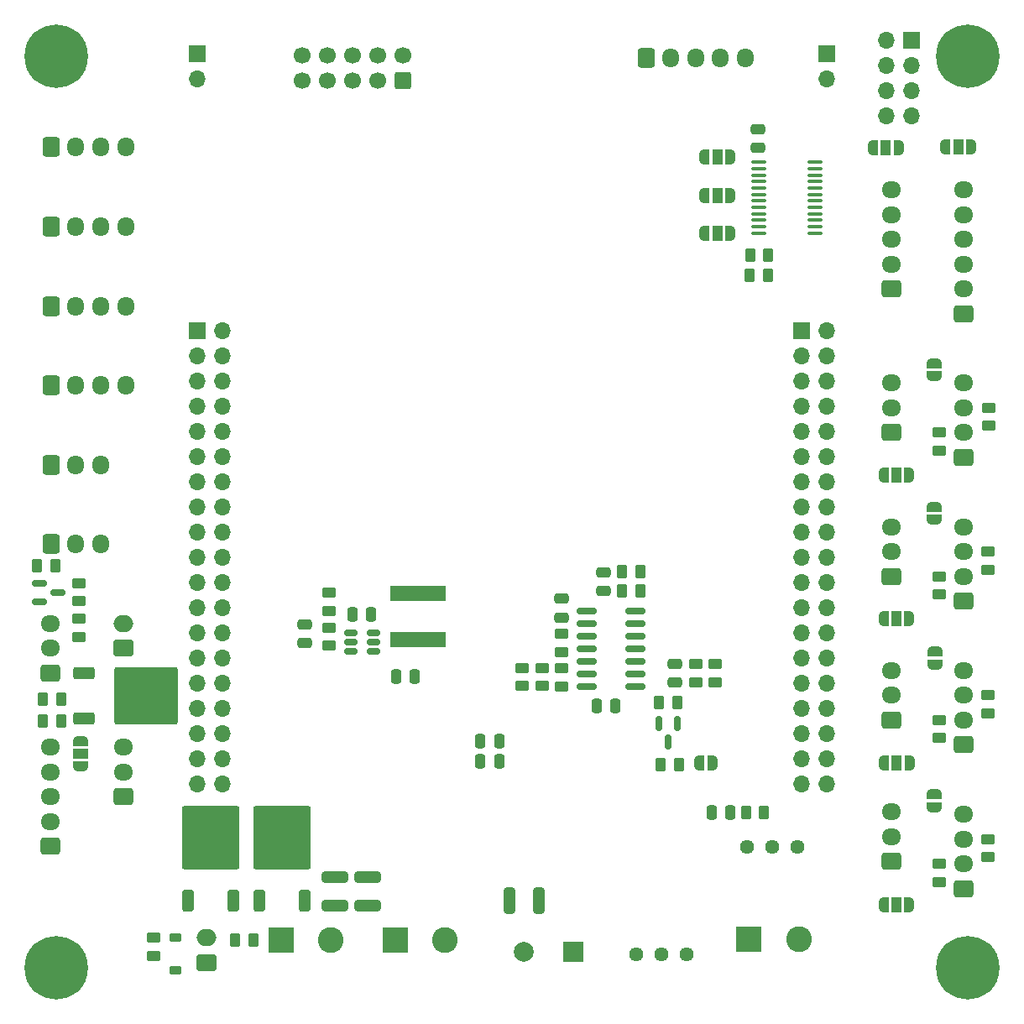
<source format=gbr>
%TF.GenerationSoftware,KiCad,Pcbnew,7.0.1*%
%TF.CreationDate,2023-04-06T21:06:24+02:00*%
%TF.ProjectId,Scout_Robot_Controller,53636f75-745f-4526-9f62-6f745f436f6e,rev?*%
%TF.SameCoordinates,Original*%
%TF.FileFunction,Soldermask,Bot*%
%TF.FilePolarity,Negative*%
%FSLAX46Y46*%
G04 Gerber Fmt 4.6, Leading zero omitted, Abs format (unit mm)*
G04 Created by KiCad (PCBNEW 7.0.1) date 2023-04-06 21:06:24*
%MOMM*%
%LPD*%
G01*
G04 APERTURE LIST*
G04 Aperture macros list*
%AMRoundRect*
0 Rectangle with rounded corners*
0 $1 Rounding radius*
0 $2 $3 $4 $5 $6 $7 $8 $9 X,Y pos of 4 corners*
0 Add a 4 corners polygon primitive as box body*
4,1,4,$2,$3,$4,$5,$6,$7,$8,$9,$2,$3,0*
0 Add four circle primitives for the rounded corners*
1,1,$1+$1,$2,$3*
1,1,$1+$1,$4,$5*
1,1,$1+$1,$6,$7*
1,1,$1+$1,$8,$9*
0 Add four rect primitives between the rounded corners*
20,1,$1+$1,$2,$3,$4,$5,0*
20,1,$1+$1,$4,$5,$6,$7,0*
20,1,$1+$1,$6,$7,$8,$9,0*
20,1,$1+$1,$8,$9,$2,$3,0*%
%AMFreePoly0*
4,1,19,0.500000,-0.750000,0.000000,-0.750000,0.000000,-0.744911,-0.071157,-0.744911,-0.207708,-0.704816,-0.327430,-0.627875,-0.420627,-0.520320,-0.479746,-0.390866,-0.500000,-0.250000,-0.500000,0.250000,-0.479746,0.390866,-0.420627,0.520320,-0.327430,0.627875,-0.207708,0.704816,-0.071157,0.744911,0.000000,0.744911,0.000000,0.750000,0.500000,0.750000,0.500000,-0.750000,0.500000,-0.750000,
$1*%
%AMFreePoly1*
4,1,19,0.000000,0.744911,0.071157,0.744911,0.207708,0.704816,0.327430,0.627875,0.420627,0.520320,0.479746,0.390866,0.500000,0.250000,0.500000,-0.250000,0.479746,-0.390866,0.420627,-0.520320,0.327430,-0.627875,0.207708,-0.704816,0.071157,-0.744911,0.000000,-0.744911,0.000000,-0.750000,-0.500000,-0.750000,-0.500000,0.750000,0.000000,0.750000,0.000000,0.744911,0.000000,0.744911,
$1*%
%AMFreePoly2*
4,1,19,0.550000,-0.750000,0.000000,-0.750000,0.000000,-0.744911,-0.071157,-0.744911,-0.207708,-0.704816,-0.327430,-0.627875,-0.420627,-0.520320,-0.479746,-0.390866,-0.500000,-0.250000,-0.500000,0.250000,-0.479746,0.390866,-0.420627,0.520320,-0.327430,0.627875,-0.207708,0.704816,-0.071157,0.744911,0.000000,0.744911,0.000000,0.750000,0.550000,0.750000,0.550000,-0.750000,0.550000,-0.750000,
$1*%
%AMFreePoly3*
4,1,19,0.000000,0.744911,0.071157,0.744911,0.207708,0.704816,0.327430,0.627875,0.420627,0.520320,0.479746,0.390866,0.500000,0.250000,0.500000,-0.250000,0.479746,-0.390866,0.420627,-0.520320,0.327430,-0.627875,0.207708,-0.704816,0.071157,-0.744911,0.000000,-0.744911,0.000000,-0.750000,-0.550000,-0.750000,-0.550000,0.750000,0.000000,0.750000,0.000000,0.744911,0.000000,0.744911,
$1*%
G04 Aperture macros list end*
%ADD10RoundRect,0.250000X0.725000X-0.600000X0.725000X0.600000X-0.725000X0.600000X-0.725000X-0.600000X0*%
%ADD11O,1.950000X1.700000*%
%ADD12C,1.440000*%
%ADD13R,2.600000X2.600000*%
%ADD14C,2.600000*%
%ADD15C,0.800000*%
%ADD16C,6.400000*%
%ADD17RoundRect,0.250000X-0.600000X-0.725000X0.600000X-0.725000X0.600000X0.725000X-0.600000X0.725000X0*%
%ADD18O,1.700000X1.950000*%
%ADD19R,1.700000X1.700000*%
%ADD20O,1.700000X1.700000*%
%ADD21R,2.000000X2.000000*%
%ADD22C,2.000000*%
%ADD23RoundRect,0.250000X0.750000X-0.600000X0.750000X0.600000X-0.750000X0.600000X-0.750000X-0.600000X0*%
%ADD24O,2.000000X1.700000*%
%ADD25RoundRect,0.250000X0.450000X-0.262500X0.450000X0.262500X-0.450000X0.262500X-0.450000X-0.262500X0*%
%ADD26RoundRect,0.250000X-0.450000X0.262500X-0.450000X-0.262500X0.450000X-0.262500X0.450000X0.262500X0*%
%ADD27FreePoly0,0.000000*%
%ADD28FreePoly1,0.000000*%
%ADD29RoundRect,0.250000X0.250000X0.475000X-0.250000X0.475000X-0.250000X-0.475000X0.250000X-0.475000X0*%
%ADD30FreePoly2,180.000000*%
%ADD31R,1.000000X1.500000*%
%ADD32FreePoly3,180.000000*%
%ADD33RoundRect,0.250000X-0.475000X0.250000X-0.475000X-0.250000X0.475000X-0.250000X0.475000X0.250000X0*%
%ADD34RoundRect,0.150000X-0.587500X-0.150000X0.587500X-0.150000X0.587500X0.150000X-0.587500X0.150000X0*%
%ADD35FreePoly0,270.000000*%
%ADD36FreePoly1,270.000000*%
%ADD37RoundRect,0.250000X-0.250000X-0.475000X0.250000X-0.475000X0.250000X0.475000X-0.250000X0.475000X0*%
%ADD38RoundRect,0.250000X-0.262500X-0.450000X0.262500X-0.450000X0.262500X0.450000X-0.262500X0.450000X0*%
%ADD39RoundRect,0.250000X0.262500X0.450000X-0.262500X0.450000X-0.262500X-0.450000X0.262500X-0.450000X0*%
%ADD40RoundRect,0.250000X0.600000X-0.600000X0.600000X0.600000X-0.600000X0.600000X-0.600000X-0.600000X0*%
%ADD41C,1.700000*%
%ADD42RoundRect,0.250000X0.350000X-0.850000X0.350000X0.850000X-0.350000X0.850000X-0.350000X-0.850000X0*%
%ADD43RoundRect,0.249997X2.650003X-2.950003X2.650003X2.950003X-2.650003X2.950003X-2.650003X-2.950003X0*%
%ADD44RoundRect,0.225000X-0.375000X0.225000X-0.375000X-0.225000X0.375000X-0.225000X0.375000X0.225000X0*%
%ADD45RoundRect,0.100000X0.637500X0.100000X-0.637500X0.100000X-0.637500X-0.100000X0.637500X-0.100000X0*%
%ADD46RoundRect,0.250000X1.075000X-0.312500X1.075000X0.312500X-1.075000X0.312500X-1.075000X-0.312500X0*%
%ADD47RoundRect,0.250000X-0.850000X-0.350000X0.850000X-0.350000X0.850000X0.350000X-0.850000X0.350000X0*%
%ADD48RoundRect,0.249997X-2.950003X-2.650003X2.950003X-2.650003X2.950003X2.650003X-2.950003X2.650003X0*%
%ADD49RoundRect,0.250000X0.475000X-0.250000X0.475000X0.250000X-0.475000X0.250000X-0.475000X-0.250000X0*%
%ADD50R,5.700000X1.600000*%
%ADD51FreePoly2,90.000000*%
%ADD52R,1.500000X1.000000*%
%ADD53FreePoly3,90.000000*%
%ADD54RoundRect,0.150000X0.825000X0.150000X-0.825000X0.150000X-0.825000X-0.150000X0.825000X-0.150000X0*%
%ADD55RoundRect,0.250000X-0.312500X-1.075000X0.312500X-1.075000X0.312500X1.075000X-0.312500X1.075000X0*%
%ADD56RoundRect,0.150000X0.512500X0.150000X-0.512500X0.150000X-0.512500X-0.150000X0.512500X-0.150000X0*%
%ADD57RoundRect,0.150000X-0.150000X0.587500X-0.150000X-0.587500X0.150000X-0.587500X0.150000X0.587500X0*%
G04 APERTURE END LIST*
D10*
%TO.C,J5*%
X195250000Y-135250000D03*
D11*
X195250000Y-132750000D03*
X195250000Y-130250000D03*
%TD*%
D10*
%TO.C,J7*%
X202500000Y-123500000D03*
D11*
X202500000Y-121000000D03*
X202500000Y-118500000D03*
X202500000Y-116000000D03*
%TD*%
D10*
%TO.C,J1*%
X202500000Y-138000000D03*
D11*
X202500000Y-135500000D03*
X202500000Y-133000000D03*
X202500000Y-130500000D03*
%TD*%
D12*
%TO.C,RV2*%
X185800000Y-133800000D03*
X183260000Y-133800000D03*
X180720000Y-133800000D03*
%TD*%
D13*
%TO.C,J27*%
X145200000Y-143200000D03*
D14*
X150200000Y-143200000D03*
%TD*%
D10*
%TO.C,J23*%
X195250000Y-77500000D03*
D11*
X195250000Y-75000000D03*
X195250000Y-72500000D03*
X195250000Y-70000000D03*
X195250000Y-67500000D03*
%TD*%
D10*
%TO.C,J8*%
X202500000Y-94500000D03*
D11*
X202500000Y-92000000D03*
X202500000Y-89500000D03*
X202500000Y-87000000D03*
%TD*%
D15*
%TO.C,H3*%
X200600000Y-146000000D03*
X201302944Y-144302944D03*
X201302944Y-147697056D03*
X203000000Y-143600000D03*
D16*
X203000000Y-146000000D03*
D15*
X203000000Y-148400000D03*
X204697056Y-144302944D03*
X204697056Y-147697056D03*
X205400000Y-146000000D03*
%TD*%
%TO.C,H1*%
X108600000Y-54000000D03*
X109302944Y-52302944D03*
X109302944Y-55697056D03*
X111000000Y-51600000D03*
D16*
X111000000Y-54000000D03*
D15*
X111000000Y-56400000D03*
X112697056Y-52302944D03*
X112697056Y-55697056D03*
X113400000Y-54000000D03*
%TD*%
D10*
%TO.C,J2*%
X202500000Y-109000000D03*
D11*
X202500000Y-106500000D03*
X202500000Y-104000000D03*
X202500000Y-101500000D03*
%TD*%
D10*
%TO.C,J10*%
X195250000Y-121000000D03*
D11*
X195250000Y-118500000D03*
X195250000Y-116000000D03*
%TD*%
D17*
%TO.C,J15*%
X110500000Y-103250000D03*
D18*
X113000000Y-103250000D03*
X115500000Y-103250000D03*
%TD*%
D19*
%TO.C,U1*%
X125250000Y-81760000D03*
D20*
X127790000Y-81760000D03*
X125250000Y-84300000D03*
X127790000Y-84300000D03*
X125250000Y-86840000D03*
X127790000Y-86840000D03*
X125250000Y-89380000D03*
X127790000Y-89380000D03*
X125250000Y-91920000D03*
X127790000Y-91920000D03*
X125250000Y-94460000D03*
X127790000Y-94460000D03*
X125250000Y-97000000D03*
X127790000Y-97000000D03*
X125250000Y-99540000D03*
X127790000Y-99540000D03*
X125250000Y-102080000D03*
X127790000Y-102080000D03*
X125250000Y-104620000D03*
X127790000Y-104620000D03*
X125250000Y-107160000D03*
X127790000Y-107160000D03*
X125250000Y-109700000D03*
X127790000Y-109700000D03*
X125250000Y-112240000D03*
X127790000Y-112240000D03*
X125250000Y-114780000D03*
X127790000Y-114780000D03*
X125250000Y-117320000D03*
X127790000Y-117320000D03*
X125250000Y-119860000D03*
X127790000Y-119860000D03*
X125250000Y-122400000D03*
X127790000Y-122400000D03*
X125250000Y-124940000D03*
X127790000Y-124940000D03*
X125250000Y-127480000D03*
X127790000Y-127480000D03*
D19*
X186210000Y-81760000D03*
D20*
X188750000Y-81760000D03*
X186210000Y-84300000D03*
X188750000Y-84300000D03*
X186210000Y-86840000D03*
X188750000Y-86840000D03*
X186210000Y-89380000D03*
X188750000Y-89380000D03*
X186210000Y-91920000D03*
X188750000Y-91920000D03*
X186210000Y-94460000D03*
X188750000Y-94460000D03*
X186210000Y-97000000D03*
X188750000Y-97000000D03*
X186210000Y-99540000D03*
X188750000Y-99540000D03*
X186210000Y-102080000D03*
X188750000Y-102080000D03*
X186210000Y-104620000D03*
X188750000Y-104620000D03*
X186210000Y-107160000D03*
X188750000Y-107160000D03*
X186210000Y-109700000D03*
X188750000Y-109700000D03*
X186210000Y-112240000D03*
X188750000Y-112240000D03*
X186210000Y-114780000D03*
X188750000Y-114780000D03*
X186210000Y-117320000D03*
X188750000Y-117320000D03*
X186210000Y-119860000D03*
X188750000Y-119860000D03*
X186210000Y-122400000D03*
X188750000Y-122400000D03*
X186210000Y-124940000D03*
X188750000Y-124940000D03*
X186210000Y-127480000D03*
X188750000Y-127480000D03*
D19*
X188750000Y-53750000D03*
D20*
X188750000Y-56290000D03*
D19*
X125250000Y-53750000D03*
D20*
X125250000Y-56290000D03*
%TD*%
D17*
%TO.C,J21*%
X110500000Y-79250000D03*
D18*
X113000000Y-79250000D03*
X115500000Y-79250000D03*
X118000000Y-79250000D03*
%TD*%
D10*
%TO.C,J11*%
X195250000Y-92000000D03*
D11*
X195250000Y-89500000D03*
X195250000Y-87000000D03*
%TD*%
D10*
%TO.C,J13*%
X202500000Y-80000000D03*
D11*
X202500000Y-77500000D03*
X202500000Y-75000000D03*
X202500000Y-72500000D03*
X202500000Y-70000000D03*
X202500000Y-67500000D03*
%TD*%
D17*
%TO.C,J25*%
X110500000Y-71250000D03*
D18*
X113000000Y-71250000D03*
X115500000Y-71250000D03*
X118000000Y-71250000D03*
%TD*%
D10*
%TO.C,J3*%
X110400000Y-116250000D03*
D11*
X110400000Y-113750000D03*
X110400000Y-111250000D03*
%TD*%
D19*
%TO.C,J9*%
X197290000Y-52450000D03*
D20*
X194750000Y-52450000D03*
X197290000Y-54990000D03*
X194750000Y-54990000D03*
X197290000Y-57530000D03*
X194750000Y-57530000D03*
X197290000Y-60070000D03*
X194750000Y-60070000D03*
%TD*%
D10*
%TO.C,J6*%
X195250000Y-106500000D03*
D11*
X195250000Y-104000000D03*
X195250000Y-101500000D03*
%TD*%
D17*
%TO.C,J16*%
X110500000Y-87250000D03*
D18*
X113000000Y-87250000D03*
X115500000Y-87250000D03*
X118000000Y-87250000D03*
%TD*%
D15*
%TO.C,H2*%
X200600000Y-54000000D03*
X201302944Y-52302944D03*
X201302944Y-55697056D03*
X203000000Y-51600000D03*
D16*
X203000000Y-54000000D03*
D15*
X203000000Y-56400000D03*
X204697056Y-52302944D03*
X204697056Y-55697056D03*
X205400000Y-54000000D03*
%TD*%
D17*
%TO.C,J14*%
X110500000Y-95250000D03*
D18*
X113000000Y-95250000D03*
X115500000Y-95250000D03*
%TD*%
D21*
%TO.C,C10*%
X163200000Y-144400000D03*
D22*
X158200000Y-144400000D03*
%TD*%
D10*
%TO.C,J22*%
X110400000Y-133750000D03*
D11*
X110400000Y-131250000D03*
X110400000Y-128750000D03*
X110400000Y-126250000D03*
X110400000Y-123750000D03*
%TD*%
D23*
%TO.C,J28*%
X126200000Y-145450000D03*
D24*
X126200000Y-142950000D03*
%TD*%
D23*
%TO.C,J4*%
X117750000Y-113750000D03*
D24*
X117750000Y-111250000D03*
%TD*%
D17*
%TO.C,J24*%
X110500000Y-63225000D03*
D18*
X113000000Y-63225000D03*
X115500000Y-63225000D03*
X118000000Y-63225000D03*
%TD*%
D15*
%TO.C,H4*%
X108600000Y-146000000D03*
X109302944Y-144302944D03*
X109302944Y-147697056D03*
X111000000Y-143600000D03*
D16*
X111000000Y-146000000D03*
D15*
X111000000Y-148400000D03*
X112697056Y-144302944D03*
X112697056Y-147697056D03*
X113400000Y-146000000D03*
%TD*%
D13*
%TO.C,J26*%
X133700000Y-143200000D03*
D14*
X138700000Y-143200000D03*
%TD*%
D10*
%TO.C,J12*%
X117750000Y-128750000D03*
D11*
X117750000Y-126250000D03*
X117750000Y-123750000D03*
%TD*%
D12*
%TO.C,RV1*%
X174607323Y-144600000D03*
X172067323Y-144600000D03*
X169527323Y-144600000D03*
%TD*%
D13*
%TO.C,J17*%
X180900000Y-143100000D03*
D14*
X185900000Y-143100000D03*
%TD*%
D25*
%TO.C,R93*%
X200100000Y-122825000D03*
X200100000Y-121000000D03*
%TD*%
D26*
%TO.C,R2*%
X113300000Y-107175000D03*
X113300000Y-109000000D03*
%TD*%
D27*
%TO.C,JP12*%
X175900000Y-125300000D03*
D28*
X177200000Y-125300000D03*
%TD*%
D29*
%TO.C,C2*%
X155700000Y-125200000D03*
X153800000Y-125200000D03*
%TD*%
D25*
%TO.C,R94*%
X205000000Y-105825000D03*
X205000000Y-104000000D03*
%TD*%
D30*
%TO.C,JP9*%
X203300000Y-63200000D03*
D31*
X202000000Y-63200000D03*
D32*
X200700000Y-63200000D03*
%TD*%
D33*
%TO.C,C4*%
X166250000Y-106100000D03*
X166250000Y-108000000D03*
%TD*%
D25*
%TO.C,R95*%
X200100000Y-108325000D03*
X200100000Y-106500000D03*
%TD*%
D34*
%TO.C,Q1*%
X109300000Y-109100000D03*
X109300000Y-107200000D03*
X111175000Y-108150000D03*
%TD*%
D25*
%TO.C,R92*%
X205000000Y-120325000D03*
X205000000Y-118500000D03*
%TD*%
D26*
%TO.C,R13*%
X120800000Y-142975000D03*
X120800000Y-144800000D03*
%TD*%
D33*
%TO.C,C22*%
X136062500Y-111350000D03*
X136062500Y-113250000D03*
%TD*%
D25*
%TO.C,R91*%
X200100000Y-137325000D03*
X200100000Y-135500000D03*
%TD*%
D35*
%TO.C,JP3*%
X199600000Y-128500000D03*
D36*
X199600000Y-129800000D03*
%TD*%
D30*
%TO.C,JP6*%
X197075000Y-96300000D03*
D31*
X195775000Y-96300000D03*
D32*
X194475000Y-96300000D03*
%TD*%
D30*
%TO.C,JP5*%
X197100000Y-125300000D03*
D31*
X195800000Y-125300000D03*
D32*
X194500000Y-125300000D03*
%TD*%
D37*
%TO.C,C16*%
X145262500Y-116650000D03*
X147162500Y-116650000D03*
%TD*%
D35*
%TO.C,JP4*%
X199600000Y-99500000D03*
D36*
X199600000Y-100800000D03*
%TD*%
D38*
%TO.C,R4*%
X109675000Y-118900000D03*
X111500000Y-118900000D03*
%TD*%
D30*
%TO.C,JP16*%
X179000000Y-68065000D03*
D31*
X177700000Y-68065000D03*
D32*
X176400000Y-68065000D03*
%TD*%
D26*
%TO.C,R45*%
X138562500Y-111662500D03*
X138562500Y-113487500D03*
%TD*%
D39*
%TO.C,R16*%
X173825000Y-125500000D03*
X172000000Y-125500000D03*
%TD*%
D35*
%TO.C,JP8*%
X199600000Y-85000000D03*
D36*
X199600000Y-86300000D03*
%TD*%
D39*
%TO.C,R18*%
X169912500Y-108000000D03*
X168087500Y-108000000D03*
%TD*%
D37*
%TO.C,C8*%
X177100000Y-130300000D03*
X179000000Y-130300000D03*
%TD*%
D38*
%TO.C,R1*%
X109075000Y-105400000D03*
X110900000Y-105400000D03*
%TD*%
D40*
%TO.C,J30*%
X146000000Y-56500000D03*
D41*
X146000000Y-53960000D03*
X143460000Y-56500000D03*
X143460000Y-53960000D03*
X140920000Y-56500000D03*
X140920000Y-53960000D03*
X138380000Y-56500000D03*
X138380000Y-53960000D03*
X135840000Y-56500000D03*
X135840000Y-53960000D03*
%TD*%
D26*
%TO.C,R41*%
X162000000Y-115777500D03*
X162000000Y-117602500D03*
%TD*%
D42*
%TO.C,Q4*%
X128880000Y-139200000D03*
D43*
X126600000Y-132900000D03*
D42*
X124320000Y-139200000D03*
%TD*%
D39*
%TO.C,R3*%
X111500000Y-121075000D03*
X109675000Y-121075000D03*
%TD*%
D38*
%TO.C,R17*%
X168087500Y-106000000D03*
X169912500Y-106000000D03*
%TD*%
D26*
%TO.C,R5*%
X113300000Y-110787500D03*
X113300000Y-112612500D03*
%TD*%
D42*
%TO.C,Q3*%
X136080000Y-139200000D03*
D43*
X133800000Y-132900000D03*
D42*
X131520000Y-139200000D03*
%TD*%
D30*
%TO.C,JP15*%
X179000000Y-64230000D03*
D31*
X177700000Y-64230000D03*
D32*
X176400000Y-64230000D03*
%TD*%
D26*
%TO.C,R29*%
X175500000Y-115337500D03*
X175500000Y-117162500D03*
%TD*%
D25*
%TO.C,R36*%
X158000000Y-117575000D03*
X158000000Y-115750000D03*
%TD*%
D44*
%TO.C,D3*%
X123000000Y-142950000D03*
X123000000Y-146250000D03*
%TD*%
D29*
%TO.C,C5*%
X167400000Y-119600000D03*
X165500000Y-119600000D03*
%TD*%
D45*
%TO.C,U19*%
X187562500Y-64725000D03*
X187562500Y-65375000D03*
X187562500Y-66025000D03*
X187562500Y-66675000D03*
X187562500Y-67325000D03*
X187562500Y-67975000D03*
X187562500Y-68625000D03*
X187562500Y-69275000D03*
X187562500Y-69925000D03*
X187562500Y-70575000D03*
X187562500Y-71225000D03*
X187562500Y-71875000D03*
X181837500Y-71875000D03*
X181837500Y-71225000D03*
X181837500Y-70575000D03*
X181837500Y-69925000D03*
X181837500Y-69275000D03*
X181837500Y-68625000D03*
X181837500Y-67975000D03*
X181837500Y-67325000D03*
X181837500Y-66675000D03*
X181837500Y-66025000D03*
X181837500Y-65375000D03*
X181837500Y-64725000D03*
%TD*%
D25*
%TO.C,R97*%
X200100000Y-93812500D03*
X200100000Y-91987500D03*
%TD*%
D26*
%TO.C,R44*%
X138562500Y-108150000D03*
X138562500Y-109975000D03*
%TD*%
D46*
%TO.C,R20*%
X139100000Y-139762500D03*
X139100000Y-136837500D03*
%TD*%
D17*
%TO.C,J29*%
X170500000Y-54180000D03*
D18*
X173000000Y-54180000D03*
X175500000Y-54180000D03*
X178000000Y-54180000D03*
X180500000Y-54180000D03*
%TD*%
D47*
%TO.C,Q2*%
X113775000Y-120805000D03*
D48*
X120075000Y-118525000D03*
D47*
X113775000Y-116245000D03*
%TD*%
D33*
%TO.C,C7*%
X173450000Y-115300000D03*
X173450000Y-117200000D03*
%TD*%
D30*
%TO.C,JP11*%
X196000000Y-63257500D03*
D31*
X194700000Y-63257500D03*
D32*
X193400000Y-63257500D03*
%TD*%
D49*
%TO.C,C50*%
X181800000Y-63300000D03*
X181800000Y-61400000D03*
%TD*%
D30*
%TO.C,JP17*%
X179000000Y-71900000D03*
D31*
X177700000Y-71900000D03*
D32*
X176400000Y-71900000D03*
%TD*%
D38*
%TO.C,R6*%
X180975000Y-76100000D03*
X182800000Y-76100000D03*
%TD*%
D25*
%TO.C,R96*%
X205100000Y-91325000D03*
X205100000Y-89500000D03*
%TD*%
D30*
%TO.C,JP1*%
X197075000Y-139600000D03*
D31*
X195775000Y-139600000D03*
D32*
X194475000Y-139600000D03*
%TD*%
D50*
%TO.C,L2*%
X147500000Y-112900000D03*
X147500000Y-108200000D03*
%TD*%
D25*
%TO.C,R90*%
X205000000Y-134825000D03*
X205000000Y-133000000D03*
%TD*%
%TO.C,R28*%
X177500000Y-117162500D03*
X177500000Y-115337500D03*
%TD*%
D26*
%TO.C,R37*%
X160000000Y-115750000D03*
X160000000Y-117575000D03*
%TD*%
D29*
%TO.C,C3*%
X155700000Y-123100000D03*
X153800000Y-123100000D03*
%TD*%
D51*
%TO.C,JP10*%
X113500000Y-125700000D03*
D52*
X113500000Y-124400000D03*
D53*
X113500000Y-123100000D03*
%TD*%
D54*
%TO.C,U2*%
X169450000Y-109980000D03*
X169450000Y-111250000D03*
X169450000Y-112520000D03*
X169450000Y-113790000D03*
X169450000Y-115060000D03*
X169450000Y-116330000D03*
X169450000Y-117600000D03*
X164500000Y-117600000D03*
X164500000Y-116330000D03*
X164500000Y-115060000D03*
X164500000Y-113790000D03*
X164500000Y-112520000D03*
X164500000Y-111250000D03*
X164500000Y-109980000D03*
%TD*%
D55*
%TO.C,R32*%
X156737500Y-139250000D03*
X159662500Y-139250000D03*
%TD*%
D38*
%TO.C,R7*%
X181000000Y-74100000D03*
X182825000Y-74100000D03*
%TD*%
D39*
%TO.C,R15*%
X173662500Y-119250000D03*
X171837500Y-119250000D03*
%TD*%
D30*
%TO.C,JP2*%
X197075000Y-110800000D03*
D31*
X195775000Y-110800000D03*
D32*
X194475000Y-110800000D03*
%TD*%
D38*
%TO.C,R10*%
X129075000Y-143200000D03*
X130900000Y-143200000D03*
%TD*%
D46*
%TO.C,R19*%
X142400000Y-139762500D03*
X142400000Y-136837500D03*
%TD*%
D26*
%TO.C,R35*%
X162000000Y-112292500D03*
X162000000Y-114117500D03*
%TD*%
D56*
%TO.C,U6*%
X143000000Y-112200000D03*
X143000000Y-113150000D03*
X143000000Y-114100000D03*
X140725000Y-114100000D03*
X140725000Y-113150000D03*
X140725000Y-112200000D03*
%TD*%
D37*
%TO.C,C19*%
X140862500Y-110350000D03*
X142762500Y-110350000D03*
%TD*%
D35*
%TO.C,JP7*%
X199700000Y-114100000D03*
D36*
X199700000Y-115400000D03*
%TD*%
D39*
%TO.C,R38*%
X182412500Y-130300000D03*
X180587500Y-130300000D03*
%TD*%
D33*
%TO.C,C9*%
X162000000Y-108750000D03*
X162000000Y-110650000D03*
%TD*%
D57*
%TO.C,Q5*%
X171800000Y-121375000D03*
X173700000Y-121375000D03*
X172750000Y-123250000D03*
%TD*%
M02*

</source>
